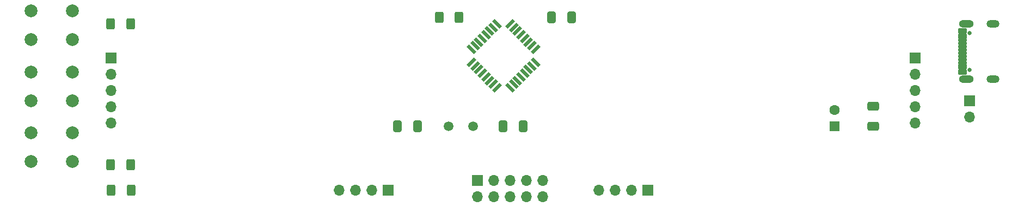
<source format=gbr>
%TF.GenerationSoftware,KiCad,Pcbnew,7.0.2*%
%TF.CreationDate,2024-10-16T20:37:04+05:30*%
%TF.ProjectId,digitalClock,64696769-7461-46c4-936c-6f636b2e6b69,rev?*%
%TF.SameCoordinates,Original*%
%TF.FileFunction,Soldermask,Top*%
%TF.FilePolarity,Negative*%
%FSLAX46Y46*%
G04 Gerber Fmt 4.6, Leading zero omitted, Abs format (unit mm)*
G04 Created by KiCad (PCBNEW 7.0.2) date 2024-10-16 20:37:04*
%MOMM*%
%LPD*%
G01*
G04 APERTURE LIST*
G04 Aperture macros list*
%AMRoundRect*
0 Rectangle with rounded corners*
0 $1 Rounding radius*
0 $2 $3 $4 $5 $6 $7 $8 $9 X,Y pos of 4 corners*
0 Add a 4 corners polygon primitive as box body*
4,1,4,$2,$3,$4,$5,$6,$7,$8,$9,$2,$3,0*
0 Add four circle primitives for the rounded corners*
1,1,$1+$1,$2,$3*
1,1,$1+$1,$4,$5*
1,1,$1+$1,$6,$7*
1,1,$1+$1,$8,$9*
0 Add four rect primitives between the rounded corners*
20,1,$1+$1,$2,$3,$4,$5,0*
20,1,$1+$1,$4,$5,$6,$7,0*
20,1,$1+$1,$6,$7,$8,$9,0*
20,1,$1+$1,$8,$9,$2,$3,0*%
%AMRotRect*
0 Rectangle, with rotation*
0 The origin of the aperture is its center*
0 $1 length*
0 $2 width*
0 $3 Rotation angle, in degrees counterclockwise*
0 Add horizontal line*
21,1,$1,$2,0,0,$3*%
G04 Aperture macros list end*
%ADD10RoundRect,0.250000X0.412500X0.650000X-0.412500X0.650000X-0.412500X-0.650000X0.412500X-0.650000X0*%
%ADD11RoundRect,0.250000X0.400000X0.625000X-0.400000X0.625000X-0.400000X-0.625000X0.400000X-0.625000X0*%
%ADD12C,2.000000*%
%ADD13C,0.650000*%
%ADD14RoundRect,0.102000X0.575000X-0.300000X0.575000X0.300000X-0.575000X0.300000X-0.575000X-0.300000X0*%
%ADD15RoundRect,0.102000X0.575000X-0.150000X0.575000X0.150000X-0.575000X0.150000X-0.575000X-0.150000X0*%
%ADD16O,2.004000X1.204000*%
%ADD17O,2.304000X1.204000*%
%ADD18RotRect,1.600000X0.550000X45.000000*%
%ADD19RotRect,1.600000X0.550000X135.000000*%
%ADD20R,1.700000X1.700000*%
%ADD21O,1.700000X1.700000*%
%ADD22C,1.500000*%
%ADD23RoundRect,0.250000X-0.412500X-0.650000X0.412500X-0.650000X0.412500X0.650000X-0.412500X0.650000X0*%
%ADD24RoundRect,0.250000X-0.650000X0.412500X-0.650000X-0.412500X0.650000X-0.412500X0.650000X0.412500X0*%
%ADD25R,1.600000X1.600000*%
%ADD26C,1.600000*%
G04 APERTURE END LIST*
D10*
%TO.C,C1*%
X131125000Y-105000000D03*
X128000000Y-105000000D03*
%TD*%
D11*
%TO.C,R2*%
X86500000Y-89000000D03*
X83400000Y-89000000D03*
%TD*%
D12*
%TO.C,SW3*%
X77500000Y-110500000D03*
X71000000Y-110500000D03*
X77500000Y-106000000D03*
X71000000Y-106000000D03*
%TD*%
D13*
%TO.C,J7*%
X217000000Y-96210000D03*
X217000000Y-90430000D03*
D14*
X215935000Y-96520000D03*
X215935000Y-95720000D03*
D15*
X215935000Y-94570000D03*
X215935000Y-93570000D03*
X215935000Y-93070000D03*
X215935000Y-92070000D03*
D14*
X215935000Y-90120000D03*
X215935000Y-90920000D03*
D15*
X215935000Y-91570000D03*
X215935000Y-92570000D03*
X215935000Y-94070000D03*
X215935000Y-95070000D03*
D16*
X220680000Y-97640000D03*
X220680000Y-89000000D03*
D17*
X216500000Y-97640000D03*
X216500000Y-89000000D03*
%TD*%
D18*
%TO.C,U1*%
X139514897Y-95025305D03*
X140080583Y-95590990D03*
X140646268Y-96156676D03*
X141211953Y-96722361D03*
X141777639Y-97288047D03*
X142343324Y-97853732D03*
X142909010Y-98419417D03*
X143474695Y-98985103D03*
D19*
X145525305Y-98985103D03*
X146090990Y-98419417D03*
X146656676Y-97853732D03*
X147222361Y-97288047D03*
X147788047Y-96722361D03*
X148353732Y-96156676D03*
X148919417Y-95590990D03*
X149485103Y-95025305D03*
D18*
X149485103Y-92974695D03*
X148919417Y-92409010D03*
X148353732Y-91843324D03*
X147788047Y-91277639D03*
X147222361Y-90711953D03*
X146656676Y-90146268D03*
X146090990Y-89580583D03*
X145525305Y-89014897D03*
D19*
X143474695Y-89014897D03*
X142909010Y-89580583D03*
X142343324Y-90146268D03*
X141777639Y-90711953D03*
X141211953Y-91277639D03*
X140646268Y-91843324D03*
X140080583Y-92409010D03*
X139514897Y-92974695D03*
%TD*%
D11*
%TO.C,R4*%
X86600000Y-115000000D03*
X83500000Y-115000000D03*
%TD*%
D20*
%TO.C,J5*%
X83500000Y-94340000D03*
D21*
X83500000Y-96880000D03*
X83500000Y-99420000D03*
X83500000Y-101960000D03*
X83500000Y-104500000D03*
%TD*%
D12*
%TO.C,SW2*%
X77500000Y-101000000D03*
X71000000Y-101000000D03*
X77500000Y-96500000D03*
X71000000Y-96500000D03*
%TD*%
D10*
%TO.C,C3*%
X155125000Y-88000000D03*
X152000000Y-88000000D03*
%TD*%
D22*
%TO.C,Y1*%
X139800000Y-105000000D03*
X136000000Y-105000000D03*
%TD*%
D11*
%TO.C,R3*%
X86500000Y-111000000D03*
X83400000Y-111000000D03*
%TD*%
D20*
%TO.C,J3*%
X208500000Y-94340000D03*
D21*
X208500000Y-96880000D03*
X208500000Y-99420000D03*
X208500000Y-101960000D03*
X208500000Y-104500000D03*
%TD*%
D23*
%TO.C,C2*%
X144437500Y-105000000D03*
X147562500Y-105000000D03*
%TD*%
D24*
%TO.C,C4*%
X202000000Y-101875000D03*
X202000000Y-105000000D03*
%TD*%
D12*
%TO.C,SW1*%
X77500000Y-91500000D03*
X71000000Y-91500000D03*
X77500000Y-87000000D03*
X71000000Y-87000000D03*
%TD*%
D11*
%TO.C,R1*%
X137600000Y-88000000D03*
X134500000Y-88000000D03*
%TD*%
D25*
%TO.C,C5*%
X196000000Y-105000000D03*
D26*
X196000000Y-102500000D03*
%TD*%
D20*
%TO.C,J1*%
X217000000Y-101000000D03*
D21*
X217000000Y-103540000D03*
%TD*%
D20*
%TO.C,J6*%
X140460000Y-113460000D03*
D21*
X140460000Y-116000000D03*
X143000000Y-113460000D03*
X143000000Y-116000000D03*
X145540000Y-113460000D03*
X145540000Y-116000000D03*
X148080000Y-113460000D03*
X148080000Y-116000000D03*
X150620000Y-113460000D03*
X150620000Y-116000000D03*
%TD*%
D20*
%TO.C,J4*%
X167000000Y-115000000D03*
D21*
X164460000Y-115000000D03*
X161920000Y-115000000D03*
X159380000Y-115000000D03*
%TD*%
D20*
%TO.C,J2*%
X126580000Y-115000000D03*
D21*
X124040000Y-115000000D03*
X121500000Y-115000000D03*
X118960000Y-115000000D03*
%TD*%
M02*

</source>
